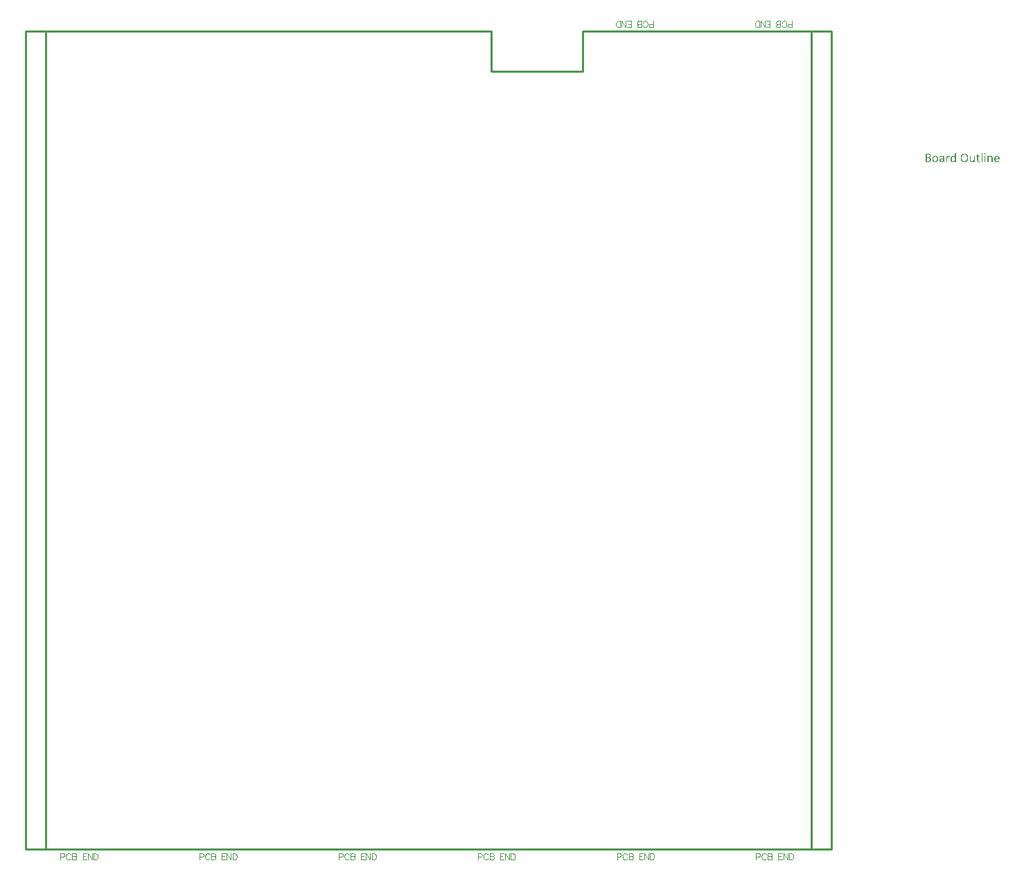
<source format=gm1>
G04*
G04 #@! TF.GenerationSoftware,Altium Limited,Altium Designer,21.2.2 (38)*
G04*
G04 Layer_Color=16711935*
%FSLAX44Y44*%
%MOMM*%
G71*
G04*
G04 #@! TF.SameCoordinates,1D3918CC-9385-454E-ACC4-38365C0A3FBC*
G04*
G04*
G04 #@! TF.FilePolarity,Positive*
G04*
G01*
G75*
%ADD103C,0.2540*%
%ADD106C,0.1000*%
%ADD195C,0.1016*%
G36*
X1172900Y850758D02*
X1173103Y850703D01*
X1173196Y850666D01*
X1173270Y850610D01*
X1173307Y850573D01*
X1173326Y850536D01*
X1173363Y850462D01*
X1173400Y850388D01*
X1173418Y850277D01*
X1173455Y850147D01*
Y849980D01*
Y849962D01*
Y849906D01*
Y849832D01*
X1173437Y849721D01*
X1173381Y849518D01*
X1173326Y849425D01*
X1173270Y849351D01*
X1173233Y849332D01*
X1173196Y849295D01*
X1173122Y849277D01*
X1173048Y849240D01*
X1172918Y849203D01*
X1172789Y849184D01*
X1172474Y849184D01*
X1172363Y849203D01*
X1172159Y849240D01*
X1172067Y849277D01*
X1171993Y849332D01*
X1171974Y849369D01*
X1171937Y849406D01*
X1171918Y849481D01*
X1171881Y849555D01*
X1171844Y849666D01*
X1171826Y849795D01*
Y849962D01*
Y849980D01*
Y850036D01*
X1171844Y850110D01*
Y850221D01*
X1171900Y850425D01*
X1171937Y850517D01*
X1171993Y850592D01*
X1172030Y850629D01*
X1172067Y850647D01*
X1172141Y850684D01*
X1172233Y850721D01*
X1172344Y850740D01*
X1172474Y850777D01*
X1172789Y850777D01*
X1172900Y850758D01*
D02*
G37*
G36*
X1136681Y851240D02*
X1136793Y851221D01*
X1136811D01*
X1136867Y851202D01*
X1136941Y851184D01*
X1136996Y851165D01*
X1137015D01*
X1137033Y851147D01*
X1137107Y851091D01*
X1137126Y851073D01*
X1137144Y850999D01*
Y840333D01*
Y840315D01*
Y840296D01*
X1137107Y840204D01*
X1137089Y840185D01*
X1136996Y840148D01*
X1136978D01*
X1136959Y840130D01*
X1136904D01*
X1136830Y840111D01*
X1136756D01*
X1136663Y840093D01*
X1136367D01*
X1136274Y840111D01*
X1136255D01*
X1136218Y840130D01*
X1136089Y840148D01*
X1136070D01*
X1136052Y840167D01*
X1135978Y840222D01*
Y840241D01*
Y840259D01*
X1135959Y840333D01*
Y841296D01*
X1135941Y841278D01*
X1135867Y841204D01*
X1135737Y841093D01*
X1135589Y840944D01*
X1135422Y840796D01*
X1135219Y840630D01*
X1134996Y840481D01*
X1134774Y840333D01*
X1134756Y840315D01*
X1134663Y840278D01*
X1134552Y840222D01*
X1134385Y840167D01*
X1134182Y840111D01*
X1133960Y840055D01*
X1133700Y840018D01*
X1133441Y840000D01*
X1133311D01*
X1133163Y840018D01*
X1132978Y840037D01*
X1132756Y840074D01*
X1132534Y840130D01*
X1132293Y840204D01*
X1132071Y840296D01*
X1132052Y840315D01*
X1131978Y840352D01*
X1131886Y840426D01*
X1131756Y840518D01*
X1131608Y840630D01*
X1131460Y840778D01*
X1131312Y840944D01*
X1131163Y841130D01*
X1131145Y841148D01*
X1131108Y841222D01*
X1131052Y841333D01*
X1130978Y841481D01*
X1130904Y841648D01*
X1130812Y841870D01*
X1130738Y842092D01*
X1130664Y842352D01*
Y842389D01*
X1130645Y842481D01*
X1130627Y842629D01*
X1130589Y842814D01*
X1130571Y843037D01*
X1130534Y843296D01*
X1130515Y843555D01*
Y843851D01*
Y843870D01*
Y843888D01*
Y844000D01*
X1130534Y844185D01*
Y844407D01*
X1130552Y844666D01*
X1130589Y844944D01*
X1130701Y845518D01*
X1130719Y845555D01*
X1130738Y845648D01*
X1130793Y845777D01*
X1130849Y845962D01*
X1130941Y846166D01*
X1131034Y846370D01*
X1131163Y846592D01*
X1131293Y846796D01*
X1131312Y846814D01*
X1131367Y846888D01*
X1131441Y846981D01*
X1131552Y847092D01*
X1131700Y847240D01*
X1131867Y847370D01*
X1132052Y847499D01*
X1132256Y847610D01*
X1132274Y847629D01*
X1132367Y847666D01*
X1132478Y847703D01*
X1132645Y847758D01*
X1132849Y847814D01*
X1133071Y847870D01*
X1133330Y847888D01*
X1133608Y847907D01*
X1133719D01*
X1133830Y847888D01*
X1133997Y847870D01*
X1134163Y847832D01*
X1134367Y847795D01*
X1134552Y847721D01*
X1134756Y847629D01*
X1134774Y847610D01*
X1134848Y847573D01*
X1134959Y847518D01*
X1135089Y847425D01*
X1135256Y847314D01*
X1135422Y847166D01*
X1135626Y846999D01*
X1135811Y846814D01*
Y850999D01*
Y851017D01*
Y851036D01*
X1135830Y851091D01*
Y851110D01*
X1135867Y851128D01*
X1135941Y851165D01*
X1135959D01*
X1135996Y851184D01*
X1136052Y851202D01*
X1136144Y851221D01*
X1136163D01*
X1136237Y851240D01*
X1136330Y851258D01*
X1136570D01*
X1136681Y851240D01*
D02*
G37*
G36*
X1179621Y847888D02*
X1179788Y847870D01*
X1179973Y847851D01*
X1180177Y847795D01*
X1180381Y847740D01*
X1180566Y847647D01*
X1180584Y847629D01*
X1180658Y847610D01*
X1180732Y847555D01*
X1180862Y847481D01*
X1180973Y847388D01*
X1181121Y847277D01*
X1181251Y847147D01*
X1181362Y846999D01*
X1181380Y846981D01*
X1181417Y846925D01*
X1181473Y846833D01*
X1181529Y846721D01*
X1181603Y846592D01*
X1181677Y846425D01*
X1181751Y846240D01*
X1181806Y846036D01*
Y846018D01*
X1181825Y845944D01*
X1181862Y845833D01*
X1181880Y845666D01*
X1181917Y845481D01*
X1181936Y845259D01*
X1181954Y844999D01*
Y844722D01*
Y840333D01*
Y840315D01*
Y840296D01*
X1181917Y840222D01*
X1181899Y840204D01*
X1181806Y840148D01*
X1181788D01*
X1181751Y840130D01*
X1181695D01*
X1181603Y840111D01*
X1181529D01*
X1181417Y840093D01*
X1181066D01*
X1180955Y840111D01*
X1180936D01*
X1180899Y840130D01*
X1180769Y840148D01*
X1180751D01*
X1180732Y840167D01*
X1180658Y840222D01*
Y840259D01*
X1180640Y840333D01*
Y844555D01*
Y844574D01*
Y844666D01*
Y844777D01*
X1180621Y844907D01*
X1180603Y845222D01*
X1180566Y845388D01*
X1180529Y845536D01*
Y845555D01*
X1180510Y845611D01*
X1180492Y845666D01*
X1180455Y845759D01*
X1180381Y845981D01*
X1180251Y846185D01*
Y846203D01*
X1180214Y846240D01*
X1180121Y846351D01*
X1179973Y846481D01*
X1179770Y846610D01*
X1179751D01*
X1179714Y846629D01*
X1179658Y846666D01*
X1179584Y846684D01*
X1179362Y846740D01*
X1179103Y846759D01*
X1179010D01*
X1178918Y846740D01*
X1178788Y846721D01*
X1178640Y846666D01*
X1178473Y846610D01*
X1178288Y846518D01*
X1178103Y846388D01*
X1178084Y846370D01*
X1178010Y846333D01*
X1177918Y846240D01*
X1177788Y846129D01*
X1177622Y845981D01*
X1177455Y845814D01*
X1177270Y845611D01*
X1177066Y845370D01*
Y840333D01*
Y840315D01*
Y840296D01*
X1177029Y840222D01*
X1177010Y840204D01*
X1176918Y840148D01*
X1176899D01*
X1176862Y840130D01*
X1176807D01*
X1176714Y840111D01*
X1176640D01*
X1176529Y840093D01*
X1176177D01*
X1176066Y840111D01*
X1176048D01*
X1176011Y840130D01*
X1175881Y840148D01*
X1175863D01*
X1175844Y840167D01*
X1175770Y840222D01*
Y840259D01*
X1175751Y840333D01*
Y847536D01*
Y847555D01*
Y847573D01*
X1175770Y847647D01*
X1175788Y847666D01*
X1175826Y847703D01*
X1175863Y847721D01*
X1175881D01*
X1175918Y847740D01*
X1175974Y847758D01*
X1176048Y847777D01*
X1176066D01*
X1176122Y847795D01*
X1176529D01*
X1176622Y847777D01*
X1176640D01*
X1176696Y847758D01*
X1176751Y847740D01*
X1176807Y847721D01*
X1176825D01*
X1176844Y847703D01*
X1176881Y847684D01*
X1176899Y847647D01*
X1176918Y847629D01*
X1176936Y847536D01*
Y846592D01*
X1176973Y846629D01*
X1177048Y846703D01*
X1177159Y846814D01*
X1177325Y846962D01*
X1177492Y847129D01*
X1177696Y847296D01*
X1177918Y847444D01*
X1178140Y847573D01*
X1178177Y847592D01*
X1178251Y847629D01*
X1178362Y847684D01*
X1178529Y847740D01*
X1178714Y847795D01*
X1178918Y847851D01*
X1179140Y847888D01*
X1179362Y847907D01*
X1179492D01*
X1179621Y847888D01*
D02*
G37*
G36*
X1128645Y847888D02*
X1128664D01*
X1128719Y847870D01*
X1128812Y847851D01*
X1128904Y847832D01*
X1128923D01*
X1128997Y847814D01*
X1129071Y847795D01*
X1129164Y847758D01*
X1129182D01*
X1129238Y847740D01*
X1129293Y847721D01*
X1129330Y847684D01*
X1129349D01*
X1129367Y847666D01*
X1129404Y847610D01*
X1129423Y847592D01*
Y847518D01*
Y847499D01*
X1129441Y847481D01*
Y847425D01*
Y847351D01*
Y847333D01*
X1129460Y847277D01*
Y847203D01*
Y847073D01*
Y847036D01*
Y846962D01*
Y846870D01*
X1129441Y846777D01*
Y846759D01*
Y846721D01*
X1129404Y846592D01*
Y846573D01*
X1129386Y846555D01*
X1129349Y846481D01*
X1129330Y846462D01*
X1129256Y846444D01*
X1129201D01*
X1129090Y846481D01*
X1129071D01*
X1129034Y846499D01*
X1128960Y846536D01*
X1128886Y846555D01*
X1128867D01*
X1128812Y846573D01*
X1128738Y846610D01*
X1128627Y846629D01*
X1128608D01*
X1128534Y846647D01*
X1128423Y846666D01*
X1128275D01*
X1128182Y846647D01*
X1128071Y846629D01*
X1127923Y846573D01*
X1127886Y846555D01*
X1127812Y846518D01*
X1127682Y846425D01*
X1127516Y846314D01*
X1127479Y846277D01*
X1127386Y846184D01*
X1127238Y846018D01*
X1127071Y845814D01*
X1127053Y845796D01*
X1127034Y845759D01*
X1126979Y845703D01*
X1126923Y845611D01*
X1126849Y845499D01*
X1126775Y845370D01*
X1126571Y845073D01*
Y840333D01*
Y840315D01*
Y840296D01*
X1126534Y840222D01*
X1126516Y840204D01*
X1126423Y840148D01*
X1126405D01*
X1126368Y840130D01*
X1126312D01*
X1126219Y840111D01*
X1126145D01*
X1126034Y840093D01*
X1125683D01*
X1125571Y840111D01*
X1125553D01*
X1125516Y840130D01*
X1125386Y840148D01*
X1125368D01*
X1125349Y840167D01*
X1125275Y840222D01*
Y840259D01*
X1125257Y840333D01*
Y847536D01*
Y847555D01*
Y847573D01*
X1125275Y847647D01*
X1125294Y847666D01*
X1125331Y847703D01*
X1125368Y847721D01*
X1125386D01*
X1125423Y847740D01*
X1125479Y847758D01*
X1125553Y847777D01*
X1125571D01*
X1125627Y847795D01*
X1126034D01*
X1126127Y847777D01*
X1126145D01*
X1126201Y847758D01*
X1126256Y847740D01*
X1126312Y847721D01*
X1126331D01*
X1126349Y847703D01*
X1126386Y847684D01*
X1126405Y847647D01*
X1126423Y847629D01*
X1126442Y847536D01*
Y846481D01*
X1126460Y846499D01*
X1126497Y846555D01*
X1126553Y846629D01*
X1126627Y846740D01*
X1126794Y846962D01*
X1126997Y847184D01*
X1127016Y847203D01*
X1127034Y847240D01*
X1127164Y847351D01*
X1127312Y847481D01*
X1127479Y847610D01*
X1127497D01*
X1127516Y847629D01*
X1127627Y847703D01*
X1127775Y847777D01*
X1127942Y847832D01*
X1127960D01*
X1127979Y847851D01*
X1128090Y847870D01*
X1128238Y847888D01*
X1128404Y847907D01*
X1128553D01*
X1128645Y847888D01*
D02*
G37*
G36*
X1159957Y847777D02*
X1159975D01*
X1160031Y847758D01*
X1160105Y847740D01*
X1160160Y847721D01*
X1160179D01*
X1160198Y847703D01*
X1160272Y847647D01*
X1160290Y847629D01*
X1160309Y847536D01*
Y840333D01*
Y840315D01*
Y840296D01*
X1160272Y840222D01*
X1160253Y840204D01*
X1160160Y840148D01*
X1160142D01*
X1160123Y840130D01*
X1160068D01*
X1159975Y840111D01*
X1159901D01*
X1159809Y840093D01*
X1159494D01*
X1159383Y840111D01*
X1159364D01*
X1159327Y840130D01*
X1159198Y840148D01*
X1159161Y840167D01*
X1159105Y840222D01*
Y840259D01*
X1159087Y840333D01*
Y841278D01*
X1159068Y841241D01*
X1158975Y841167D01*
X1158864Y841055D01*
X1158716Y840907D01*
X1158531Y840741D01*
X1158327Y840574D01*
X1158105Y840426D01*
X1157883Y840296D01*
X1157864Y840278D01*
X1157790Y840259D01*
X1157661Y840204D01*
X1157513Y840148D01*
X1157327Y840093D01*
X1157124Y840055D01*
X1156901Y840018D01*
X1156661Y840000D01*
X1156550D01*
X1156420Y840018D01*
X1156253Y840037D01*
X1156050Y840055D01*
X1155865Y840093D01*
X1155661Y840148D01*
X1155457Y840222D01*
X1155439Y840241D01*
X1155383Y840259D01*
X1155291Y840315D01*
X1155180Y840389D01*
X1155050Y840481D01*
X1154920Y840592D01*
X1154661Y840870D01*
X1154642Y840889D01*
X1154605Y840944D01*
X1154568Y841037D01*
X1154494Y841148D01*
X1154420Y841296D01*
X1154365Y841463D01*
X1154235Y841833D01*
Y841852D01*
X1154217Y841926D01*
X1154198Y842055D01*
X1154180Y842204D01*
X1154143Y842407D01*
X1154124Y842629D01*
X1154106Y842889D01*
Y843166D01*
Y847536D01*
Y847555D01*
Y847573D01*
X1154124Y847647D01*
X1154161Y847666D01*
X1154235Y847721D01*
X1154254D01*
X1154291Y847740D01*
X1154346Y847758D01*
X1154439Y847777D01*
X1154457D01*
X1154531Y847795D01*
X1154976D01*
X1155087Y847777D01*
X1155105D01*
X1155161Y847758D01*
X1155235Y847740D01*
X1155291Y847721D01*
X1155309D01*
X1155328Y847703D01*
X1155402Y847647D01*
X1155420Y847629D01*
X1155439Y847536D01*
Y843352D01*
Y843333D01*
Y843240D01*
Y843129D01*
X1155457Y842981D01*
X1155476Y842648D01*
X1155494Y842481D01*
X1155513Y842333D01*
Y842315D01*
X1155531Y842278D01*
X1155550Y842204D01*
X1155587Y842111D01*
X1155661Y841889D01*
X1155790Y841666D01*
X1155809Y841648D01*
X1155828Y841629D01*
X1155920Y841518D01*
X1156087Y841389D01*
X1156272Y841259D01*
X1156291D01*
X1156328Y841241D01*
X1156383Y841222D01*
X1156476Y841204D01*
X1156679Y841148D01*
X1156939Y841130D01*
X1157031D01*
X1157124Y841148D01*
X1157253Y841167D01*
X1157402Y841204D01*
X1157568Y841278D01*
X1157735Y841352D01*
X1157920Y841463D01*
X1157939Y841481D01*
X1158012Y841537D01*
X1158105Y841611D01*
X1158235Y841722D01*
X1158401Y841870D01*
X1158568Y842055D01*
X1158772Y842259D01*
X1158975Y842500D01*
Y847536D01*
Y847555D01*
Y847573D01*
X1158994Y847647D01*
X1159031Y847666D01*
X1159105Y847721D01*
X1159124D01*
X1159161Y847740D01*
X1159216Y847758D01*
X1159309Y847777D01*
X1159327D01*
X1159401Y847795D01*
X1159846D01*
X1159957Y847777D01*
D02*
G37*
G36*
X1103407Y850480D02*
X1103648Y850462D01*
X1103907Y850425D01*
X1104148Y850369D01*
X1104388Y850314D01*
X1104407D01*
X1104481Y850277D01*
X1104592Y850240D01*
X1104740Y850184D01*
X1105055Y850017D01*
X1105222Y849906D01*
X1105370Y849795D01*
X1105388Y849777D01*
X1105444Y849740D01*
X1105518Y849666D01*
X1105592Y849573D01*
X1105703Y849444D01*
X1105796Y849295D01*
X1105888Y849147D01*
X1105981Y848962D01*
X1105999Y848943D01*
X1106018Y848869D01*
X1106055Y848777D01*
X1106092Y848647D01*
X1106129Y848481D01*
X1106148Y848295D01*
X1106185Y848092D01*
Y847870D01*
Y847851D01*
Y847814D01*
Y847740D01*
X1106166Y847647D01*
X1106148Y847425D01*
X1106092Y847166D01*
Y847147D01*
X1106074Y847110D01*
X1106055Y847036D01*
X1106018Y846962D01*
X1105944Y846759D01*
X1105814Y846536D01*
Y846518D01*
X1105777Y846499D01*
X1105703Y846370D01*
X1105574Y846203D01*
X1105388Y846036D01*
X1105370D01*
X1105351Y845999D01*
X1105296Y845962D01*
X1105222Y845907D01*
X1105036Y845796D01*
X1104796Y845666D01*
X1104814D01*
X1104870Y845648D01*
X1104944Y845629D01*
X1105055Y845611D01*
X1105314Y845518D01*
X1105592Y845370D01*
X1105611D01*
X1105648Y845333D01*
X1105722Y845296D01*
X1105814Y845222D01*
X1106018Y845055D01*
X1106222Y844833D01*
X1106240Y844814D01*
X1106277Y844777D01*
X1106314Y844703D01*
X1106388Y844611D01*
X1106444Y844500D01*
X1106518Y844370D01*
X1106666Y844055D01*
Y844037D01*
X1106684Y843981D01*
X1106721Y843888D01*
X1106759Y843777D01*
X1106777Y843629D01*
X1106814Y843481D01*
X1106833Y843111D01*
Y843092D01*
Y843018D01*
Y842926D01*
X1106814Y842814D01*
X1106796Y842666D01*
X1106777Y842518D01*
X1106703Y842204D01*
Y842185D01*
X1106684Y842129D01*
X1106647Y842055D01*
X1106610Y841963D01*
X1106499Y841722D01*
X1106351Y841463D01*
X1106333Y841444D01*
X1106314Y841407D01*
X1106259Y841352D01*
X1106203Y841259D01*
X1106036Y841074D01*
X1105814Y840889D01*
X1105796Y840870D01*
X1105759Y840852D01*
X1105685Y840796D01*
X1105611Y840741D01*
X1105499Y840685D01*
X1105370Y840611D01*
X1105092Y840481D01*
X1105074D01*
X1105018Y840463D01*
X1104944Y840426D01*
X1104833Y840389D01*
X1104722Y840352D01*
X1104574Y840296D01*
X1104240Y840222D01*
X1104222D01*
X1104166Y840204D01*
X1104074D01*
X1103944Y840185D01*
X1103796Y840167D01*
X1103611D01*
X1103426Y840148D01*
X1100463D01*
X1100389Y840167D01*
X1100278Y840204D01*
X1100148Y840259D01*
X1100130Y840278D01*
X1100074Y840370D01*
X1100018Y840500D01*
X1100000Y840704D01*
Y849925D01*
Y849943D01*
Y849980D01*
X1100018Y850091D01*
X1100056Y850240D01*
X1100148Y850369D01*
X1100185Y850388D01*
X1100259Y850443D01*
X1100370Y850480D01*
X1100500Y850499D01*
X1103203D01*
X1103407Y850480D01*
D02*
G37*
G36*
X1172955Y847777D02*
X1172974D01*
X1173029Y847758D01*
X1173103Y847740D01*
X1173159Y847721D01*
X1173178D01*
X1173196Y847703D01*
X1173270Y847629D01*
X1173289Y847610D01*
X1173307Y847536D01*
Y840333D01*
Y840315D01*
Y840296D01*
X1173270Y840222D01*
X1173252Y840204D01*
X1173159Y840148D01*
X1173141D01*
X1173103Y840130D01*
X1173048D01*
X1172955Y840111D01*
X1172881D01*
X1172770Y840093D01*
X1172418Y840093D01*
X1172307Y840111D01*
X1172289D01*
X1172252Y840130D01*
X1172122Y840148D01*
X1172104D01*
X1172085Y840167D01*
X1172011Y840222D01*
Y840259D01*
X1171993Y840333D01*
Y847536D01*
Y847555D01*
Y847573D01*
X1172011Y847629D01*
Y847647D01*
X1172048Y847666D01*
X1172122Y847721D01*
X1172141D01*
X1172178Y847740D01*
X1172233Y847758D01*
X1172307Y847777D01*
X1172326D01*
X1172400Y847795D01*
X1172863Y847795D01*
X1172955Y847777D01*
D02*
G37*
G36*
X1169196Y851277D02*
X1169215D01*
X1169271Y851258D01*
X1169345Y851240D01*
X1169400Y851221D01*
X1169419D01*
X1169437Y851202D01*
X1169511Y851128D01*
X1169530Y851110D01*
X1169548Y851036D01*
Y840333D01*
Y840315D01*
Y840296D01*
X1169511Y840222D01*
X1169493Y840204D01*
X1169400Y840148D01*
X1169382D01*
X1169345Y840130D01*
X1169289D01*
X1169196Y840111D01*
X1169122D01*
X1169011Y840093D01*
X1168660D01*
X1168549Y840111D01*
X1168530D01*
X1168493Y840130D01*
X1168363Y840148D01*
X1168345D01*
X1168326Y840167D01*
X1168252Y840222D01*
Y840259D01*
X1168234Y840333D01*
Y851036D01*
Y851054D01*
Y851073D01*
X1168252Y851128D01*
Y851147D01*
X1168289Y851165D01*
X1168363Y851221D01*
X1168382D01*
X1168419Y851240D01*
X1168474Y851258D01*
X1168549Y851277D01*
X1168567D01*
X1168641Y851295D01*
X1169104D01*
X1169196Y851277D01*
D02*
G37*
G36*
X1120442Y847888D02*
X1120646Y847870D01*
X1120868Y847832D01*
X1121090Y847777D01*
X1121294Y847721D01*
X1121313D01*
X1121387Y847684D01*
X1121479Y847647D01*
X1121609Y847592D01*
X1121905Y847425D01*
X1122053Y847314D01*
X1122183Y847203D01*
X1122201Y847184D01*
X1122238Y847147D01*
X1122294Y847073D01*
X1122368Y846981D01*
X1122442Y846851D01*
X1122535Y846703D01*
X1122609Y846536D01*
X1122664Y846351D01*
Y846333D01*
X1122683Y846259D01*
X1122720Y846166D01*
X1122757Y846018D01*
X1122775Y845851D01*
X1122812Y845648D01*
X1122831Y845425D01*
Y845185D01*
Y840315D01*
Y840296D01*
Y840259D01*
X1122794Y840222D01*
X1122757Y840185D01*
X1122738D01*
X1122720Y840167D01*
X1122664Y840148D01*
X1122572Y840130D01*
X1122553D01*
X1122498Y840111D01*
X1122387Y840093D01*
X1122146D01*
X1122035Y840111D01*
X1121924Y840130D01*
X1121905D01*
X1121850Y840148D01*
X1121794Y840167D01*
X1121739Y840185D01*
X1121720Y840222D01*
X1121702Y840259D01*
X1121683Y840315D01*
Y841037D01*
X1121664Y841018D01*
X1121609Y840963D01*
X1121498Y840870D01*
X1121387Y840759D01*
X1121220Y840630D01*
X1121035Y840500D01*
X1120850Y840370D01*
X1120628Y840259D01*
X1120609Y840241D01*
X1120535Y840222D01*
X1120405Y840185D01*
X1120257Y840130D01*
X1120072Y840074D01*
X1119868Y840037D01*
X1119646Y840018D01*
X1119405Y840000D01*
X1119202D01*
X1119054Y840018D01*
X1118905Y840037D01*
X1118720Y840055D01*
X1118369Y840148D01*
X1118350D01*
X1118294Y840167D01*
X1118202Y840204D01*
X1118109Y840241D01*
X1117850Y840370D01*
X1117591Y840555D01*
X1117572Y840574D01*
X1117535Y840611D01*
X1117480Y840667D01*
X1117406Y840759D01*
X1117331Y840852D01*
X1117239Y840981D01*
X1117091Y841259D01*
Y841278D01*
X1117072Y841333D01*
X1117035Y841407D01*
X1117017Y841537D01*
X1116980Y841666D01*
X1116943Y841815D01*
X1116924Y842185D01*
Y842204D01*
Y842278D01*
X1116943Y842389D01*
X1116961Y842537D01*
X1116980Y842703D01*
X1117035Y842870D01*
X1117091Y843055D01*
X1117165Y843222D01*
X1117183Y843240D01*
X1117202Y843296D01*
X1117258Y843389D01*
X1117350Y843500D01*
X1117443Y843611D01*
X1117572Y843740D01*
X1117702Y843870D01*
X1117868Y843981D01*
X1117887Y844000D01*
X1117961Y844037D01*
X1118054Y844092D01*
X1118183Y844148D01*
X1118350Y844222D01*
X1118535Y844296D01*
X1118757Y844370D01*
X1118998Y844426D01*
X1119035D01*
X1119128Y844444D01*
X1119257Y844481D01*
X1119442Y844500D01*
X1119665Y844537D01*
X1119924Y844555D01*
X1120220Y844574D01*
X1121516D01*
Y845129D01*
Y845148D01*
Y845203D01*
Y845277D01*
X1121498Y845370D01*
X1121479Y845611D01*
X1121424Y845851D01*
Y845870D01*
X1121405Y845907D01*
X1121387Y845962D01*
X1121350Y846036D01*
X1121257Y846222D01*
X1121127Y846388D01*
Y846407D01*
X1121090Y846425D01*
X1120998Y846518D01*
X1120831Y846629D01*
X1120628Y846721D01*
X1120609D01*
X1120572Y846740D01*
X1120498Y846759D01*
X1120424Y846777D01*
X1120313Y846796D01*
X1120183Y846814D01*
X1119868Y846833D01*
X1119683D01*
X1119572Y846814D01*
X1119276Y846777D01*
X1118979Y846703D01*
X1118961D01*
X1118924Y846684D01*
X1118850Y846666D01*
X1118757Y846629D01*
X1118535Y846555D01*
X1118313Y846444D01*
X1118294D01*
X1118257Y846425D01*
X1118202Y846407D01*
X1118146Y846370D01*
X1117980Y846296D01*
X1117813Y846203D01*
X1117776Y846184D01*
X1117702Y846148D01*
X1117609Y846111D01*
X1117535Y846092D01*
X1117498D01*
X1117406Y846111D01*
X1117387Y846129D01*
X1117331Y846203D01*
Y846222D01*
X1117313Y846259D01*
X1117276Y846370D01*
Y846388D01*
Y846444D01*
Y846518D01*
Y846592D01*
Y846610D01*
Y846629D01*
Y846703D01*
Y846814D01*
X1117294Y846907D01*
Y846925D01*
X1117331Y846981D01*
X1117369Y847055D01*
X1117424Y847129D01*
X1117443Y847147D01*
X1117517Y847203D01*
X1117628Y847277D01*
X1117794Y847370D01*
X1117813D01*
X1117850Y847388D01*
X1117906Y847425D01*
X1117980Y847462D01*
X1118165Y847536D01*
X1118406Y847629D01*
X1118424D01*
X1118461Y847647D01*
X1118535Y847666D01*
X1118628Y847703D01*
X1118739Y847721D01*
X1118868Y847758D01*
X1119165Y847814D01*
X1119183D01*
X1119239Y847832D01*
X1119313Y847851D01*
X1119424Y847870D01*
X1119535D01*
X1119683Y847888D01*
X1119979Y847907D01*
X1120257D01*
X1120442Y847888D01*
D02*
G37*
G36*
X1164030Y849703D02*
X1164049D01*
X1164105Y849684D01*
X1164178Y849666D01*
X1164234Y849647D01*
X1164253D01*
X1164271Y849629D01*
X1164345Y849555D01*
X1164364Y849536D01*
X1164382Y849462D01*
Y847758D01*
X1166252D01*
X1166327Y847721D01*
X1166345D01*
X1166364Y847703D01*
X1166419Y847610D01*
Y847592D01*
X1166438Y847573D01*
X1166456Y847518D01*
X1166475Y847444D01*
Y847425D01*
X1166493Y847388D01*
Y847296D01*
Y847203D01*
Y847184D01*
Y847147D01*
Y847036D01*
X1166456Y846907D01*
X1166419Y846777D01*
X1166401Y846759D01*
X1166364Y846721D01*
X1166308Y846684D01*
X1166215Y846666D01*
X1164382D01*
Y842648D01*
Y842611D01*
Y842518D01*
X1164401Y842389D01*
Y842222D01*
X1164475Y841852D01*
X1164512Y841685D01*
X1164586Y841518D01*
X1164604Y841500D01*
X1164623Y841463D01*
X1164678Y841407D01*
X1164771Y841333D01*
X1164882Y841259D01*
X1165012Y841204D01*
X1165178Y841167D01*
X1165382Y841148D01*
X1165586D01*
X1165697Y841167D01*
X1165715D01*
X1165789Y841185D01*
X1165864Y841222D01*
X1165956Y841241D01*
X1165975Y841259D01*
X1166030Y841278D01*
X1166141Y841333D01*
X1166160D01*
X1166197Y841352D01*
X1166308Y841370D01*
X1166327D01*
X1166382Y841333D01*
X1166401Y841315D01*
X1166438Y841259D01*
Y841241D01*
X1166456Y841222D01*
X1166475Y841111D01*
Y841093D01*
X1166493Y841055D01*
Y840963D01*
Y840870D01*
Y840833D01*
Y840741D01*
X1166475Y840630D01*
X1166456Y840500D01*
Y840481D01*
X1166438Y840426D01*
X1166401Y840352D01*
X1166345Y840296D01*
X1166327D01*
X1166308Y840259D01*
X1166252Y840222D01*
X1166160Y840185D01*
X1166141D01*
X1166067Y840167D01*
X1165975Y840148D01*
X1165864Y840111D01*
X1165845D01*
X1165771Y840093D01*
X1165660Y840074D01*
X1165530Y840055D01*
X1165493D01*
X1165419Y840037D01*
X1165290Y840018D01*
X1164956D01*
X1164827Y840037D01*
X1164678Y840055D01*
X1164512Y840074D01*
X1164197Y840148D01*
X1164178D01*
X1164141Y840185D01*
X1164067Y840204D01*
X1163975Y840259D01*
X1163753Y840407D01*
X1163549Y840592D01*
X1163531Y840611D01*
X1163512Y840648D01*
X1163456Y840722D01*
X1163401Y840815D01*
X1163345Y840926D01*
X1163290Y841055D01*
X1163179Y841370D01*
Y841389D01*
X1163160Y841444D01*
X1163142Y841555D01*
X1163123Y841685D01*
X1163105Y841833D01*
X1163086Y842018D01*
X1163067Y842222D01*
Y842444D01*
Y846666D01*
X1162031D01*
X1161975Y846684D01*
X1161901Y846721D01*
X1161845Y846777D01*
Y846796D01*
X1161827Y846888D01*
X1161808Y847018D01*
X1161790Y847203D01*
Y847222D01*
Y847296D01*
Y847370D01*
X1161808Y847444D01*
Y847462D01*
X1161827Y847499D01*
Y847555D01*
X1161845Y847610D01*
Y847629D01*
X1161864Y847647D01*
X1161938Y847721D01*
X1161957D01*
X1161975Y847740D01*
X1162049Y847758D01*
X1163067D01*
Y849462D01*
Y849481D01*
Y849499D01*
X1163086Y849555D01*
Y849573D01*
X1163123Y849592D01*
X1163197Y849647D01*
X1163216D01*
X1163253Y849666D01*
X1163308Y849684D01*
X1163382Y849703D01*
X1163401D01*
X1163475Y849721D01*
X1163938D01*
X1164030Y849703D01*
D02*
G37*
G36*
X1187621Y847888D02*
X1187824Y847870D01*
X1188046Y847832D01*
X1188287Y847795D01*
X1188528Y847721D01*
X1188769Y847629D01*
X1188787Y847610D01*
X1188880Y847573D01*
X1188991Y847518D01*
X1189120Y847425D01*
X1189268Y847333D01*
X1189435Y847203D01*
X1189602Y847055D01*
X1189750Y846888D01*
X1189769Y846870D01*
X1189806Y846814D01*
X1189880Y846703D01*
X1189972Y846573D01*
X1190065Y846425D01*
X1190157Y846240D01*
X1190250Y846036D01*
X1190324Y845814D01*
Y845796D01*
X1190361Y845703D01*
X1190379Y845592D01*
X1190417Y845425D01*
X1190454Y845222D01*
X1190472Y844999D01*
X1190509Y844759D01*
Y844500D01*
Y844259D01*
Y844240D01*
Y844203D01*
X1190491Y844092D01*
X1190435Y843944D01*
X1190342Y843814D01*
X1190324Y843796D01*
X1190250Y843759D01*
X1190139Y843703D01*
X1189991Y843685D01*
X1185250D01*
Y843666D01*
Y843574D01*
Y843463D01*
X1185269Y843315D01*
Y843148D01*
X1185306Y842963D01*
X1185361Y842592D01*
Y842574D01*
X1185380Y842518D01*
X1185417Y842426D01*
X1185454Y842315D01*
X1185584Y842037D01*
X1185769Y841759D01*
X1185787Y841741D01*
X1185825Y841703D01*
X1185880Y841648D01*
X1185973Y841574D01*
X1186065Y841481D01*
X1186195Y841407D01*
X1186491Y841241D01*
X1186510D01*
X1186565Y841222D01*
X1186676Y841185D01*
X1186806Y841167D01*
X1186973Y841130D01*
X1187158Y841093D01*
X1187361Y841074D01*
X1187787D01*
X1187917Y841093D01*
X1188213Y841111D01*
X1188509Y841148D01*
X1188528D01*
X1188583Y841167D01*
X1188658Y841185D01*
X1188750Y841204D01*
X1188972Y841259D01*
X1189213Y841333D01*
X1189231D01*
X1189268Y841352D01*
X1189380Y841407D01*
X1189546Y841463D01*
X1189694Y841518D01*
X1189713D01*
X1189732Y841537D01*
X1189806Y841574D01*
X1189898Y841592D01*
X1189991Y841611D01*
X1190028D01*
X1190083Y841574D01*
X1190102D01*
X1190120Y841555D01*
X1190157Y841481D01*
Y841463D01*
X1190176Y841444D01*
X1190194Y841333D01*
Y841315D01*
X1190213Y841278D01*
Y841185D01*
Y841093D01*
Y841074D01*
Y841037D01*
X1190194Y840907D01*
Y840889D01*
Y840870D01*
X1190176Y840759D01*
X1190157Y840722D01*
X1190120Y840648D01*
X1190102Y840630D01*
X1190065Y840574D01*
X1190028Y840537D01*
X1189935Y840500D01*
X1189806Y840426D01*
X1189787D01*
X1189769Y840407D01*
X1189713Y840389D01*
X1189657Y840370D01*
X1189472Y840315D01*
X1189231Y840241D01*
X1189213D01*
X1189176Y840222D01*
X1189102Y840204D01*
X1189009Y840185D01*
X1188898Y840167D01*
X1188750Y840130D01*
X1188435Y840074D01*
X1188417D01*
X1188361Y840056D01*
X1188269D01*
X1188158Y840037D01*
X1188009Y840018D01*
X1187843D01*
X1187472Y840000D01*
X1187324D01*
X1187158Y840018D01*
X1186954Y840037D01*
X1186695Y840056D01*
X1186435Y840111D01*
X1186176Y840167D01*
X1185917Y840241D01*
X1185880Y840259D01*
X1185806Y840278D01*
X1185676Y840352D01*
X1185528Y840426D01*
X1185343Y840518D01*
X1185158Y840648D01*
X1184973Y840796D01*
X1184788Y840963D01*
X1184769Y840981D01*
X1184714Y841056D01*
X1184639Y841167D01*
X1184528Y841296D01*
X1184417Y841481D01*
X1184306Y841685D01*
X1184195Y841926D01*
X1184102Y842185D01*
Y842222D01*
X1184065Y842315D01*
X1184028Y842463D01*
X1183991Y842685D01*
X1183954Y842926D01*
X1183917Y843222D01*
X1183899Y843555D01*
X1183880Y843907D01*
Y843925D01*
Y843944D01*
Y844055D01*
X1183899Y844240D01*
X1183917Y844463D01*
X1183936Y844722D01*
X1183973Y844999D01*
X1184028Y845296D01*
X1184102Y845574D01*
X1184121Y845611D01*
X1184139Y845703D01*
X1184195Y845833D01*
X1184288Y846018D01*
X1184380Y846203D01*
X1184491Y846425D01*
X1184639Y846629D01*
X1184788Y846833D01*
X1184806Y846851D01*
X1184862Y846925D01*
X1184973Y847018D01*
X1185102Y847129D01*
X1185250Y847259D01*
X1185436Y847388D01*
X1185658Y847518D01*
X1185880Y847629D01*
X1185917Y847647D01*
X1185991Y847666D01*
X1186121Y847721D01*
X1186306Y847777D01*
X1186510Y847814D01*
X1186769Y847870D01*
X1187028Y847888D01*
X1187324Y847907D01*
X1187472D01*
X1187621Y847888D01*
D02*
G37*
G36*
X1147995Y850629D02*
X1148273Y850610D01*
X1148588Y850555D01*
X1148921Y850499D01*
X1149254Y850406D01*
X1149587Y850295D01*
X1149606D01*
X1149624Y850277D01*
X1149736Y850240D01*
X1149884Y850147D01*
X1150087Y850036D01*
X1150310Y849888D01*
X1150550Y849721D01*
X1150772Y849518D01*
X1150995Y849277D01*
X1151013Y849240D01*
X1151087Y849166D01*
X1151198Y849018D01*
X1151310Y848832D01*
X1151458Y848592D01*
X1151606Y848314D01*
X1151735Y847999D01*
X1151846Y847647D01*
Y847629D01*
X1151865Y847610D01*
Y847555D01*
X1151883Y847481D01*
X1151921Y847388D01*
X1151939Y847277D01*
X1151995Y847018D01*
X1152032Y846684D01*
X1152087Y846296D01*
X1152106Y845888D01*
X1152124Y845425D01*
Y845407D01*
Y845370D01*
Y845296D01*
Y845222D01*
Y845111D01*
X1152106Y844981D01*
X1152087Y844685D01*
X1152050Y844333D01*
X1151995Y843944D01*
X1151921Y843555D01*
X1151828Y843166D01*
Y843148D01*
X1151809Y843129D01*
X1151791Y843074D01*
X1151772Y843000D01*
X1151698Y842814D01*
X1151606Y842574D01*
X1151476Y842315D01*
X1151328Y842018D01*
X1151143Y841741D01*
X1150939Y841463D01*
X1150921Y841426D01*
X1150828Y841352D01*
X1150698Y841222D01*
X1150532Y841055D01*
X1150310Y840889D01*
X1150069Y840704D01*
X1149773Y840537D01*
X1149458Y840370D01*
X1149439D01*
X1149421Y840352D01*
X1149365Y840333D01*
X1149310Y840315D01*
X1149106Y840259D01*
X1148865Y840185D01*
X1148569Y840111D01*
X1148217Y840055D01*
X1147810Y840018D01*
X1147384Y840000D01*
X1147180D01*
X1147088Y840018D01*
X1146977D01*
X1146699Y840037D01*
X1146384Y840074D01*
X1146032Y840148D01*
X1145699Y840222D01*
X1145366Y840333D01*
X1145329Y840352D01*
X1145218Y840407D01*
X1145069Y840481D01*
X1144866Y840592D01*
X1144643Y840741D01*
X1144421Y840907D01*
X1144181Y841111D01*
X1143958Y841352D01*
X1143940Y841389D01*
X1143866Y841463D01*
X1143773Y841611D01*
X1143644Y841815D01*
X1143514Y842055D01*
X1143366Y842333D01*
X1143236Y842648D01*
X1143125Y843000D01*
Y843018D01*
X1143107Y843037D01*
Y843092D01*
X1143088Y843166D01*
X1143070Y843259D01*
X1143051Y843370D01*
X1142996Y843648D01*
X1142940Y843981D01*
X1142903Y844370D01*
X1142885Y844796D01*
X1142866Y845259D01*
Y845277D01*
Y845314D01*
Y845370D01*
Y845462D01*
Y845574D01*
X1142885Y845703D01*
X1142903Y845999D01*
X1142940Y846333D01*
X1142977Y846721D01*
X1143051Y847092D01*
X1143144Y847481D01*
Y847499D01*
X1143162Y847518D01*
X1143181Y847573D01*
X1143199Y847647D01*
X1143273Y847832D01*
X1143366Y848073D01*
X1143495Y848333D01*
X1143644Y848610D01*
X1143829Y848888D01*
X1144033Y849166D01*
X1144070Y849203D01*
X1144144Y849277D01*
X1144273Y849406D01*
X1144440Y849573D01*
X1144662Y849740D01*
X1144903Y849925D01*
X1145199Y850091D01*
X1145514Y850258D01*
X1145532D01*
X1145551Y850277D01*
X1145606Y850295D01*
X1145680Y850314D01*
X1145866Y850388D01*
X1146106Y850462D01*
X1146403Y850517D01*
X1146773Y850592D01*
X1147162Y850629D01*
X1147588Y850647D01*
X1147773D01*
X1147995Y850629D01*
D02*
G37*
G36*
X1112240Y847888D02*
X1112443Y847870D01*
X1112684Y847832D01*
X1112943Y847795D01*
X1113202Y847721D01*
X1113462Y847629D01*
X1113499Y847610D01*
X1113573Y847573D01*
X1113702Y847518D01*
X1113850Y847444D01*
X1114036Y847333D01*
X1114221Y847203D01*
X1114406Y847055D01*
X1114573Y846870D01*
X1114591Y846851D01*
X1114647Y846777D01*
X1114721Y846666D01*
X1114832Y846536D01*
X1114924Y846351D01*
X1115035Y846148D01*
X1115147Y845907D01*
X1115239Y845648D01*
X1115258Y845611D01*
X1115276Y845518D01*
X1115313Y845370D01*
X1115350Y845166D01*
X1115387Y844925D01*
X1115424Y844648D01*
X1115461Y844351D01*
Y844018D01*
Y844000D01*
Y843981D01*
Y843870D01*
X1115443Y843703D01*
X1115424Y843500D01*
X1115406Y843240D01*
X1115369Y842981D01*
X1115295Y842685D01*
X1115221Y842407D01*
X1115202Y842370D01*
X1115184Y842278D01*
X1115128Y842148D01*
X1115035Y841963D01*
X1114943Y841778D01*
X1114832Y841555D01*
X1114684Y841333D01*
X1114517Y841130D01*
X1114499Y841111D01*
X1114443Y841037D01*
X1114332Y840944D01*
X1114202Y840833D01*
X1114036Y840685D01*
X1113850Y840555D01*
X1113628Y840426D01*
X1113369Y840296D01*
X1113332Y840278D01*
X1113239Y840259D01*
X1113110Y840204D01*
X1112906Y840148D01*
X1112684Y840093D01*
X1112406Y840055D01*
X1112110Y840018D01*
X1111777Y840000D01*
X1111628D01*
X1111462Y840018D01*
X1111258Y840037D01*
X1110999Y840055D01*
X1110740Y840111D01*
X1110480Y840167D01*
X1110221Y840259D01*
X1110184Y840278D01*
X1110110Y840315D01*
X1109980Y840370D01*
X1109832Y840444D01*
X1109666Y840555D01*
X1109481Y840685D01*
X1109295Y840852D01*
X1109110Y841018D01*
X1109092Y841037D01*
X1109036Y841111D01*
X1108962Y841222D01*
X1108869Y841352D01*
X1108758Y841537D01*
X1108666Y841741D01*
X1108555Y841981D01*
X1108462Y842241D01*
Y842278D01*
X1108425Y842370D01*
X1108407Y842518D01*
X1108370Y842722D01*
X1108333Y842963D01*
X1108295Y843240D01*
X1108277Y843537D01*
X1108258Y843870D01*
Y843888D01*
Y843907D01*
Y844018D01*
X1108277Y844185D01*
X1108295Y844407D01*
X1108314Y844666D01*
X1108351Y844925D01*
X1108407Y845222D01*
X1108481Y845499D01*
X1108499Y845536D01*
X1108518Y845629D01*
X1108573Y845759D01*
X1108647Y845944D01*
X1108740Y846129D01*
X1108869Y846351D01*
X1108999Y846573D01*
X1109166Y846777D01*
X1109184Y846796D01*
X1109258Y846870D01*
X1109351Y846962D01*
X1109481Y847092D01*
X1109647Y847222D01*
X1109851Y847351D01*
X1110073Y847499D01*
X1110314Y847610D01*
X1110351Y847629D01*
X1110443Y847666D01*
X1110573Y847703D01*
X1110777Y847758D01*
X1111017Y847814D01*
X1111277Y847870D01*
X1111591Y847888D01*
X1111925Y847907D01*
X1112073D01*
X1112240Y847888D01*
D02*
G37*
%LPC*%
G36*
X1133719Y846777D02*
X1133645D01*
X1133534Y846759D01*
X1133422Y846740D01*
X1133145Y846684D01*
X1132997Y846610D01*
X1132867Y846536D01*
X1132849Y846518D01*
X1132811Y846499D01*
X1132737Y846444D01*
X1132663Y846370D01*
X1132571Y846277D01*
X1132478Y846166D01*
X1132293Y845888D01*
Y845870D01*
X1132256Y845814D01*
X1132219Y845740D01*
X1132163Y845629D01*
X1132126Y845499D01*
X1132071Y845351D01*
X1131978Y844999D01*
Y844981D01*
X1131960Y844925D01*
X1131941Y844814D01*
Y844703D01*
X1131923Y844537D01*
X1131904Y844370D01*
X1131886Y844000D01*
Y843981D01*
Y843907D01*
Y843796D01*
X1131904Y843666D01*
Y843500D01*
X1131923Y843315D01*
X1131960Y842926D01*
Y842907D01*
X1131978Y842833D01*
X1131997Y842740D01*
X1132034Y842611D01*
X1132071Y842481D01*
X1132126Y842315D01*
X1132256Y842000D01*
X1132274Y841981D01*
X1132293Y841944D01*
X1132330Y841870D01*
X1132404Y841778D01*
X1132571Y841574D01*
X1132793Y841370D01*
X1132811Y841352D01*
X1132849Y841333D01*
X1132941Y841296D01*
X1133034Y841259D01*
X1133163Y841204D01*
X1133311Y841167D01*
X1133478Y841148D01*
X1133663Y841130D01*
X1133830D01*
X1133978Y841148D01*
X1134163Y841185D01*
X1134182D01*
X1134200Y841204D01*
X1134330Y841241D01*
X1134478Y841315D01*
X1134663Y841426D01*
X1134682D01*
X1134700Y841463D01*
X1134756Y841500D01*
X1134830Y841537D01*
X1134996Y841685D01*
X1135200Y841852D01*
X1135219Y841870D01*
X1135256Y841907D01*
X1135311Y841963D01*
X1135385Y842037D01*
X1135589Y842259D01*
X1135811Y842518D01*
Y845407D01*
X1135793Y845444D01*
X1135719Y845518D01*
X1135607Y845629D01*
X1135478Y845777D01*
X1135330Y845944D01*
X1135145Y846111D01*
X1134959Y846277D01*
X1134774Y846425D01*
X1134756Y846444D01*
X1134682Y846481D01*
X1134589Y846536D01*
X1134459Y846610D01*
X1134293Y846666D01*
X1134126Y846721D01*
X1133922Y846759D01*
X1133719Y846777D01*
D02*
G37*
G36*
X1103000Y849369D02*
X1101370D01*
Y846018D01*
X1103129D01*
X1103259Y846036D01*
X1103537Y846073D01*
X1103666Y846111D01*
X1103796Y846148D01*
X1103814D01*
X1103851Y846166D01*
X1103907Y846203D01*
X1104000Y846259D01*
X1104166Y846370D01*
X1104351Y846518D01*
X1104370Y846536D01*
X1104388Y846555D01*
X1104426Y846610D01*
X1104481Y846684D01*
X1104574Y846851D01*
X1104666Y847073D01*
Y847092D01*
X1104685Y847129D01*
X1104703Y847184D01*
X1104722Y847277D01*
X1104759Y847481D01*
X1104777Y847721D01*
Y847740D01*
Y847795D01*
Y847870D01*
X1104759Y847962D01*
X1104740Y848184D01*
X1104666Y848407D01*
Y848425D01*
X1104648Y848462D01*
X1104629Y848518D01*
X1104592Y848592D01*
X1104481Y848758D01*
X1104333Y848925D01*
X1104314Y848943D01*
X1104296Y848962D01*
X1104240Y848999D01*
X1104185Y849036D01*
X1103981Y849147D01*
X1103740Y849240D01*
X1103722D01*
X1103685Y849258D01*
X1103592Y849277D01*
X1103500Y849314D01*
X1103352Y849332D01*
X1103203Y849351D01*
X1103000Y849369D01*
D02*
G37*
G36*
X1103259Y844925D02*
X1101370D01*
Y841278D01*
X1103537D01*
X1103648Y841296D01*
X1103907Y841333D01*
X1104185Y841389D01*
X1104203D01*
X1104240Y841407D01*
X1104314Y841444D01*
X1104388Y841463D01*
X1104592Y841574D01*
X1104796Y841703D01*
X1104814Y841722D01*
X1104851Y841741D01*
X1104962Y841852D01*
X1105092Y842037D01*
X1105222Y842259D01*
Y842278D01*
X1105240Y842315D01*
X1105277Y842389D01*
X1105314Y842481D01*
X1105333Y842592D01*
X1105370Y842722D01*
X1105388Y843018D01*
Y843037D01*
Y843092D01*
Y843185D01*
X1105370Y843296D01*
X1105333Y843555D01*
X1105240Y843833D01*
Y843851D01*
X1105222Y843888D01*
X1105185Y843962D01*
X1105129Y844037D01*
X1104999Y844240D01*
X1104796Y844426D01*
X1104777Y844444D01*
X1104740Y844463D01*
X1104685Y844518D01*
X1104611Y844555D01*
X1104500Y844629D01*
X1104388Y844685D01*
X1104092Y844796D01*
X1104074D01*
X1104018Y844814D01*
X1103925Y844833D01*
X1103796Y844870D01*
X1103648Y844888D01*
X1103463Y844907D01*
X1103259Y844925D01*
D02*
G37*
G36*
X1121516Y843629D02*
X1120183D01*
X1120053Y843611D01*
X1119905D01*
X1119739Y843592D01*
X1119424Y843537D01*
X1119405D01*
X1119368Y843518D01*
X1119294Y843500D01*
X1119202Y843463D01*
X1118979Y843389D01*
X1118776Y843259D01*
X1118757D01*
X1118739Y843222D01*
X1118628Y843129D01*
X1118498Y843000D01*
X1118387Y842814D01*
Y842796D01*
X1118369Y842777D01*
X1118350Y842722D01*
X1118331Y842648D01*
X1118294Y842463D01*
X1118276Y842241D01*
Y842222D01*
Y842148D01*
X1118294Y842055D01*
X1118313Y841926D01*
X1118369Y841778D01*
X1118424Y841629D01*
X1118517Y841481D01*
X1118628Y841352D01*
X1118646Y841333D01*
X1118702Y841296D01*
X1118776Y841259D01*
X1118887Y841204D01*
X1119017Y841130D01*
X1119183Y841093D01*
X1119387Y841055D01*
X1119609Y841037D01*
X1119702D01*
X1119794Y841055D01*
X1119924Y841074D01*
X1120072Y841093D01*
X1120239Y841148D01*
X1120405Y841204D01*
X1120572Y841296D01*
X1120591Y841315D01*
X1120646Y841352D01*
X1120739Y841407D01*
X1120850Y841500D01*
X1120998Y841611D01*
X1121164Y841741D01*
X1121331Y841907D01*
X1121516Y842092D01*
Y843629D01*
D02*
G37*
G36*
X1187269Y846870D02*
X1187084D01*
X1186973Y846851D01*
X1186695Y846796D01*
X1186398Y846684D01*
X1186380D01*
X1186343Y846647D01*
X1186269Y846610D01*
X1186176Y846555D01*
X1185973Y846388D01*
X1185769Y846185D01*
X1185750Y846166D01*
X1185732Y846129D01*
X1185676Y846074D01*
X1185639Y845981D01*
X1185565Y845888D01*
X1185510Y845759D01*
X1185380Y845481D01*
Y845462D01*
X1185361Y845407D01*
X1185343Y845333D01*
X1185324Y845222D01*
X1185287Y845092D01*
X1185269Y844962D01*
X1185250Y844648D01*
X1189176D01*
Y844666D01*
Y844703D01*
Y844740D01*
Y844814D01*
X1189157Y844999D01*
X1189120Y845240D01*
X1189065Y845499D01*
X1188972Y845777D01*
X1188861Y846036D01*
X1188695Y846277D01*
X1188676Y846296D01*
X1188602Y846370D01*
X1188491Y846462D01*
X1188343Y846573D01*
X1188139Y846684D01*
X1187898Y846777D01*
X1187602Y846851D01*
X1187269Y846870D01*
D02*
G37*
G36*
X1147514Y849462D02*
X1147365D01*
X1147199Y849444D01*
X1146995Y849425D01*
X1146754Y849369D01*
X1146514Y849314D01*
X1146255Y849221D01*
X1146014Y849110D01*
X1145995Y849092D01*
X1145921Y849055D01*
X1145792Y848980D01*
X1145662Y848869D01*
X1145495Y848740D01*
X1145329Y848592D01*
X1145162Y848425D01*
X1145014Y848221D01*
X1144995Y848203D01*
X1144958Y848129D01*
X1144884Y847999D01*
X1144810Y847851D01*
X1144718Y847666D01*
X1144625Y847425D01*
X1144551Y847184D01*
X1144477Y846907D01*
Y846870D01*
X1144458Y846777D01*
X1144440Y846629D01*
X1144403Y846444D01*
X1144384Y846203D01*
X1144347Y845944D01*
X1144329Y845648D01*
Y845351D01*
Y845333D01*
Y845314D01*
Y845203D01*
Y845018D01*
X1144347Y844796D01*
X1144366Y844537D01*
X1144384Y844259D01*
X1144477Y843666D01*
Y843629D01*
X1144514Y843537D01*
X1144551Y843389D01*
X1144588Y843222D01*
X1144662Y843018D01*
X1144755Y842796D01*
X1144847Y842574D01*
X1144977Y842352D01*
X1144995Y842333D01*
X1145051Y842259D01*
X1145125Y842166D01*
X1145236Y842037D01*
X1145384Y841889D01*
X1145532Y841759D01*
X1145736Y841611D01*
X1145940Y841481D01*
X1145977Y841463D01*
X1146051Y841444D01*
X1146180Y841389D01*
X1146366Y841333D01*
X1146588Y841278D01*
X1146847Y841241D01*
X1147125Y841204D01*
X1147458Y841185D01*
X1147606D01*
X1147773Y841204D01*
X1147977Y841222D01*
X1148217Y841259D01*
X1148458Y841333D01*
X1148717Y841407D01*
X1148958Y841518D01*
X1148995Y841537D01*
X1149069Y841574D01*
X1149180Y841648D01*
X1149328Y841759D01*
X1149476Y841889D01*
X1149643Y842037D01*
X1149810Y842204D01*
X1149958Y842407D01*
X1149976Y842426D01*
X1150013Y842518D01*
X1150087Y842629D01*
X1150162Y842796D01*
X1150254Y842981D01*
X1150347Y843203D01*
X1150421Y843463D01*
X1150495Y843740D01*
Y843777D01*
X1150513Y843870D01*
X1150550Y844018D01*
X1150587Y844222D01*
X1150606Y844463D01*
X1150643Y844740D01*
X1150661Y845018D01*
Y845333D01*
Y845351D01*
Y845370D01*
Y845481D01*
Y845648D01*
X1150643Y845870D01*
X1150624Y846111D01*
X1150587Y846388D01*
X1150495Y846962D01*
Y846999D01*
X1150458Y847092D01*
X1150421Y847240D01*
X1150384Y847407D01*
X1150310Y847610D01*
X1150217Y847832D01*
X1150106Y848055D01*
X1149976Y848277D01*
X1149958Y848295D01*
X1149921Y848370D01*
X1149828Y848462D01*
X1149717Y848592D01*
X1149587Y848740D01*
X1149421Y848888D01*
X1149236Y849018D01*
X1149013Y849147D01*
X1148995Y849166D01*
X1148902Y849203D01*
X1148773Y849240D01*
X1148606Y849314D01*
X1148384Y849369D01*
X1148125Y849406D01*
X1147828Y849444D01*
X1147514Y849462D01*
D02*
G37*
G36*
X1111869Y846796D02*
X1111777D01*
X1111665Y846777D01*
X1111517D01*
X1111369Y846740D01*
X1111184Y846703D01*
X1111017Y846647D01*
X1110851Y846573D01*
X1110832D01*
X1110777Y846536D01*
X1110703Y846481D01*
X1110610Y846425D01*
X1110388Y846240D01*
X1110166Y845981D01*
X1110147Y845962D01*
X1110129Y845907D01*
X1110073Y845833D01*
X1110017Y845740D01*
X1109943Y845611D01*
X1109869Y845444D01*
X1109814Y845277D01*
X1109758Y845092D01*
Y845073D01*
X1109740Y844999D01*
X1109721Y844888D01*
X1109703Y844759D01*
X1109666Y844592D01*
X1109647Y844388D01*
X1109629Y844185D01*
Y843962D01*
Y843944D01*
Y843870D01*
Y843740D01*
X1109647Y843611D01*
Y843426D01*
X1109666Y843240D01*
X1109721Y842852D01*
Y842833D01*
X1109740Y842759D01*
X1109777Y842666D01*
X1109814Y842537D01*
X1109925Y842259D01*
X1110092Y841944D01*
X1110110Y841926D01*
X1110147Y841889D01*
X1110203Y841815D01*
X1110277Y841722D01*
X1110369Y841629D01*
X1110499Y841518D01*
X1110777Y841333D01*
X1110795D01*
X1110851Y841296D01*
X1110943Y841259D01*
X1111073Y841222D01*
X1111221Y841185D01*
X1111406Y841148D01*
X1111610Y841130D01*
X1111832Y841111D01*
X1111925D01*
X1112036Y841130D01*
X1112184D01*
X1112351Y841167D01*
X1112517Y841204D01*
X1112684Y841241D01*
X1112850Y841315D01*
X1112869Y841333D01*
X1112925Y841352D01*
X1112999Y841407D01*
X1113091Y841463D01*
X1113332Y841648D01*
X1113554Y841889D01*
X1113573Y841907D01*
X1113591Y841963D01*
X1113647Y842037D01*
X1113702Y842148D01*
X1113776Y842278D01*
X1113850Y842426D01*
X1113906Y842592D01*
X1113961Y842777D01*
Y842796D01*
X1113980Y842870D01*
X1113999Y842981D01*
X1114036Y843129D01*
X1114054Y843296D01*
X1114073Y843481D01*
X1114091Y843925D01*
Y843944D01*
Y844018D01*
Y844148D01*
X1114073Y844296D01*
Y844463D01*
X1114054Y844648D01*
X1113980Y845036D01*
Y845055D01*
X1113961Y845129D01*
X1113924Y845222D01*
X1113887Y845351D01*
X1113776Y845648D01*
X1113610Y845944D01*
X1113591Y845962D01*
X1113573Y846018D01*
X1113517Y846073D01*
X1113443Y846166D01*
X1113351Y846259D01*
X1113221Y846370D01*
X1113091Y846462D01*
X1112943Y846555D01*
X1112925Y846573D01*
X1112869Y846592D01*
X1112776Y846629D01*
X1112647Y846684D01*
X1112499Y846721D01*
X1112314Y846759D01*
X1112110Y846777D01*
X1111869Y846796D01*
D02*
G37*
%LPD*%
D103*
X985000Y1000000D02*
X985000Y0D01*
X0Y1000000D02*
X0Y0D01*
X568972Y951000D02*
Y1000000D01*
Y951000D02*
X681000D01*
Y1000000D01*
X985000D01*
X0D02*
X568972D01*
X0Y0D02*
X985000D01*
X0D02*
X985000D01*
X0Y1000000D02*
X568972D01*
X681000D02*
X985000D01*
X681000Y951000D02*
Y1000000D01*
X568972Y951000D02*
X681000D01*
X568972D02*
Y1000000D01*
X960000Y0D02*
Y1000000D01*
X25000Y0D02*
Y1000000D01*
X0D02*
X0Y0D01*
X985000Y1000000D02*
X985000Y0D01*
D106*
X883250Y1000000D02*
X946750D01*
X713250Y-46D02*
X776750D01*
X203250D02*
X266750D01*
X543250D02*
X606750D01*
X373250D02*
X436750D01*
X883250D02*
X946750D01*
X33250D02*
X96750D01*
X713250Y1000000D02*
X776750D01*
D195*
X937000Y1008872D02*
X933735D01*
X932647Y1008510D01*
X932284Y1008147D01*
X931921Y1007421D01*
Y1006333D01*
X932284Y1005607D01*
X932647Y1005244D01*
X933735Y1004882D01*
X937000D01*
Y1012500D01*
X924774Y1006696D02*
X925137Y1005970D01*
X925863Y1005244D01*
X926588Y1004882D01*
X928039D01*
X928765Y1005244D01*
X929491Y1005970D01*
X929853Y1006696D01*
X930216Y1007784D01*
Y1009598D01*
X929853Y1010686D01*
X929491Y1011412D01*
X928765Y1012137D01*
X928039Y1012500D01*
X926588D01*
X925863Y1012137D01*
X925137Y1011412D01*
X924774Y1010686D01*
X922634Y1004882D02*
Y1012500D01*
Y1004882D02*
X919369D01*
X918281Y1005244D01*
X917918Y1005607D01*
X917555Y1006333D01*
Y1007058D01*
X917918Y1007784D01*
X918281Y1008147D01*
X919369Y1008510D01*
X922634D02*
X919369D01*
X918281Y1008872D01*
X917918Y1009235D01*
X917555Y1009961D01*
Y1011049D01*
X917918Y1011775D01*
X918281Y1012137D01*
X919369Y1012500D01*
X922634D01*
X905148Y1004882D02*
X909864D01*
Y1012500D01*
X905148D01*
X909864Y1008510D02*
X906962D01*
X903878Y1004882D02*
Y1012500D01*
Y1004882D02*
X898799Y1012500D01*
Y1004882D02*
Y1012500D01*
X896695Y1004882D02*
Y1012500D01*
Y1004882D02*
X894156D01*
X893067Y1005244D01*
X892342Y1005970D01*
X891979Y1006696D01*
X891616Y1007784D01*
Y1009598D01*
X891979Y1010686D01*
X892342Y1011412D01*
X893067Y1012137D01*
X894156Y1012500D01*
X896695D01*
X723000Y-8918D02*
X726265D01*
X727354Y-8555D01*
X727716Y-8192D01*
X728079Y-7467D01*
Y-6379D01*
X727716Y-5653D01*
X727354Y-5290D01*
X726265Y-4927D01*
X723000D01*
Y-12546D01*
X735226Y-6741D02*
X734863Y-6016D01*
X734137Y-5290D01*
X733412Y-4927D01*
X731961D01*
X731235Y-5290D01*
X730510Y-6016D01*
X730147Y-6741D01*
X729784Y-7830D01*
Y-9644D01*
X730147Y-10732D01*
X730510Y-11458D01*
X731235Y-12183D01*
X731961Y-12546D01*
X733412D01*
X734137Y-12183D01*
X734863Y-11458D01*
X735226Y-10732D01*
X737366Y-4927D02*
Y-12546D01*
Y-4927D02*
X740631D01*
X741720Y-5290D01*
X742082Y-5653D01*
X742445Y-6379D01*
Y-7104D01*
X742082Y-7830D01*
X741720Y-8192D01*
X740631Y-8555D01*
X737366D02*
X740631D01*
X741720Y-8918D01*
X742082Y-9281D01*
X742445Y-10006D01*
Y-11095D01*
X742082Y-11820D01*
X741720Y-12183D01*
X740631Y-12546D01*
X737366D01*
X754852Y-4927D02*
X750136D01*
Y-12546D01*
X754852D01*
X750136Y-8555D02*
X753038D01*
X756122Y-4927D02*
Y-12546D01*
Y-4927D02*
X761201Y-12546D01*
Y-4927D02*
Y-12546D01*
X763305Y-4927D02*
Y-12546D01*
Y-4927D02*
X765844D01*
X766933Y-5290D01*
X767658Y-6016D01*
X768021Y-6741D01*
X768384Y-7830D01*
Y-9644D01*
X768021Y-10732D01*
X767658Y-11458D01*
X766933Y-12183D01*
X765844Y-12546D01*
X763305D01*
X213000Y-8918D02*
X216265D01*
X217354Y-8555D01*
X217716Y-8192D01*
X218079Y-7467D01*
Y-6379D01*
X217716Y-5653D01*
X217354Y-5290D01*
X216265Y-4927D01*
X213000D01*
Y-12546D01*
X225226Y-6741D02*
X224863Y-6016D01*
X224138Y-5290D01*
X223412Y-4927D01*
X221961D01*
X221235Y-5290D01*
X220510Y-6016D01*
X220147Y-6741D01*
X219784Y-7830D01*
Y-9644D01*
X220147Y-10732D01*
X220510Y-11458D01*
X221235Y-12183D01*
X221961Y-12546D01*
X223412D01*
X224138Y-12183D01*
X224863Y-11458D01*
X225226Y-10732D01*
X227366Y-4927D02*
Y-12546D01*
Y-4927D02*
X230631D01*
X231720Y-5290D01*
X232082Y-5653D01*
X232445Y-6379D01*
Y-7104D01*
X232082Y-7830D01*
X231720Y-8192D01*
X230631Y-8555D01*
X227366D02*
X230631D01*
X231720Y-8918D01*
X232082Y-9281D01*
X232445Y-10006D01*
Y-11095D01*
X232082Y-11820D01*
X231720Y-12183D01*
X230631Y-12546D01*
X227366D01*
X244852Y-4927D02*
X240136D01*
Y-12546D01*
X244852D01*
X240136Y-8555D02*
X243038D01*
X246122Y-4927D02*
Y-12546D01*
Y-4927D02*
X251201Y-12546D01*
Y-4927D02*
Y-12546D01*
X253305Y-4927D02*
Y-12546D01*
Y-4927D02*
X255844D01*
X256933Y-5290D01*
X257658Y-6016D01*
X258021Y-6741D01*
X258384Y-7830D01*
Y-9644D01*
X258021Y-10732D01*
X257658Y-11458D01*
X256933Y-12183D01*
X255844Y-12546D01*
X253305D01*
X553000Y-8918D02*
X556265D01*
X557354Y-8555D01*
X557716Y-8192D01*
X558079Y-7467D01*
Y-6379D01*
X557716Y-5653D01*
X557354Y-5290D01*
X556265Y-4927D01*
X553000D01*
Y-12546D01*
X565226Y-6741D02*
X564863Y-6016D01*
X564137Y-5290D01*
X563412Y-4927D01*
X561961D01*
X561235Y-5290D01*
X560510Y-6016D01*
X560147Y-6741D01*
X559784Y-7830D01*
Y-9644D01*
X560147Y-10732D01*
X560510Y-11458D01*
X561235Y-12183D01*
X561961Y-12546D01*
X563412D01*
X564137Y-12183D01*
X564863Y-11458D01*
X565226Y-10732D01*
X567366Y-4927D02*
Y-12546D01*
Y-4927D02*
X570631D01*
X571720Y-5290D01*
X572082Y-5653D01*
X572445Y-6379D01*
Y-7104D01*
X572082Y-7830D01*
X571720Y-8192D01*
X570631Y-8555D01*
X567366D02*
X570631D01*
X571720Y-8918D01*
X572082Y-9281D01*
X572445Y-10006D01*
Y-11095D01*
X572082Y-11820D01*
X571720Y-12183D01*
X570631Y-12546D01*
X567366D01*
X584852Y-4927D02*
X580136D01*
Y-12546D01*
X584852D01*
X580136Y-8555D02*
X583038D01*
X586122Y-4927D02*
Y-12546D01*
Y-4927D02*
X591201Y-12546D01*
Y-4927D02*
Y-12546D01*
X593305Y-4927D02*
Y-12546D01*
Y-4927D02*
X595844D01*
X596933Y-5290D01*
X597658Y-6016D01*
X598021Y-6741D01*
X598384Y-7830D01*
Y-9644D01*
X598021Y-10732D01*
X597658Y-11458D01*
X596933Y-12183D01*
X595844Y-12546D01*
X593305D01*
X383000Y-8918D02*
X386265D01*
X387354Y-8555D01*
X387716Y-8192D01*
X388079Y-7467D01*
Y-6379D01*
X387716Y-5653D01*
X387354Y-5290D01*
X386265Y-4927D01*
X383000D01*
Y-12546D01*
X395226Y-6741D02*
X394863Y-6016D01*
X394137Y-5290D01*
X393412Y-4927D01*
X391961D01*
X391235Y-5290D01*
X390510Y-6016D01*
X390147Y-6741D01*
X389784Y-7830D01*
Y-9644D01*
X390147Y-10732D01*
X390510Y-11458D01*
X391235Y-12183D01*
X391961Y-12546D01*
X393412D01*
X394137Y-12183D01*
X394863Y-11458D01*
X395226Y-10732D01*
X397366Y-4927D02*
Y-12546D01*
Y-4927D02*
X400631D01*
X401720Y-5290D01*
X402082Y-5653D01*
X402445Y-6379D01*
Y-7104D01*
X402082Y-7830D01*
X401720Y-8192D01*
X400631Y-8555D01*
X397366D02*
X400631D01*
X401720Y-8918D01*
X402082Y-9281D01*
X402445Y-10006D01*
Y-11095D01*
X402082Y-11820D01*
X401720Y-12183D01*
X400631Y-12546D01*
X397366D01*
X414852Y-4927D02*
X410136D01*
Y-12546D01*
X414852D01*
X410136Y-8555D02*
X413038D01*
X416122Y-4927D02*
Y-12546D01*
Y-4927D02*
X421201Y-12546D01*
Y-4927D02*
Y-12546D01*
X423305Y-4927D02*
Y-12546D01*
Y-4927D02*
X425844D01*
X426933Y-5290D01*
X427658Y-6016D01*
X428021Y-6741D01*
X428384Y-7830D01*
Y-9644D01*
X428021Y-10732D01*
X427658Y-11458D01*
X426933Y-12183D01*
X425844Y-12546D01*
X423305D01*
X893000Y-8918D02*
X896265D01*
X897353Y-8555D01*
X897716Y-8192D01*
X898079Y-7467D01*
Y-6379D01*
X897716Y-5653D01*
X897353Y-5290D01*
X896265Y-4927D01*
X893000D01*
Y-12546D01*
X905226Y-6741D02*
X904863Y-6016D01*
X904137Y-5290D01*
X903412Y-4927D01*
X901961D01*
X901235Y-5290D01*
X900510Y-6016D01*
X900147Y-6741D01*
X899784Y-7830D01*
Y-9644D01*
X900147Y-10732D01*
X900510Y-11458D01*
X901235Y-12183D01*
X901961Y-12546D01*
X903412D01*
X904137Y-12183D01*
X904863Y-11458D01*
X905226Y-10732D01*
X907366Y-4927D02*
Y-12546D01*
Y-4927D02*
X910631D01*
X911720Y-5290D01*
X912082Y-5653D01*
X912445Y-6379D01*
Y-7104D01*
X912082Y-7830D01*
X911720Y-8192D01*
X910631Y-8555D01*
X907366D02*
X910631D01*
X911720Y-8918D01*
X912082Y-9281D01*
X912445Y-10006D01*
Y-11095D01*
X912082Y-11820D01*
X911720Y-12183D01*
X910631Y-12546D01*
X907366D01*
X924852Y-4927D02*
X920136D01*
Y-12546D01*
X924852D01*
X920136Y-8555D02*
X923038D01*
X926122Y-4927D02*
Y-12546D01*
Y-4927D02*
X931201Y-12546D01*
Y-4927D02*
Y-12546D01*
X933305Y-4927D02*
Y-12546D01*
Y-4927D02*
X935844D01*
X936933Y-5290D01*
X937658Y-6016D01*
X938021Y-6741D01*
X938384Y-7830D01*
Y-9644D01*
X938021Y-10732D01*
X937658Y-11458D01*
X936933Y-12183D01*
X935844Y-12546D01*
X933305D01*
X43000Y-8918D02*
X46265D01*
X47354Y-8555D01*
X47716Y-8192D01*
X48079Y-7467D01*
Y-6379D01*
X47716Y-5653D01*
X47354Y-5290D01*
X46265Y-4927D01*
X43000D01*
Y-12546D01*
X55226Y-6741D02*
X54863Y-6016D01*
X54138Y-5290D01*
X53412Y-4927D01*
X51961D01*
X51235Y-5290D01*
X50510Y-6016D01*
X50147Y-6741D01*
X49784Y-7830D01*
Y-9644D01*
X50147Y-10732D01*
X50510Y-11458D01*
X51235Y-12183D01*
X51961Y-12546D01*
X53412D01*
X54138Y-12183D01*
X54863Y-11458D01*
X55226Y-10732D01*
X57366Y-4927D02*
Y-12546D01*
Y-4927D02*
X60631D01*
X61720Y-5290D01*
X62082Y-5653D01*
X62445Y-6379D01*
Y-7104D01*
X62082Y-7830D01*
X61720Y-8192D01*
X60631Y-8555D01*
X57366D02*
X60631D01*
X61720Y-8918D01*
X62082Y-9281D01*
X62445Y-10006D01*
Y-11095D01*
X62082Y-11820D01*
X61720Y-12183D01*
X60631Y-12546D01*
X57366D01*
X74852Y-4927D02*
X70136D01*
Y-12546D01*
X74852D01*
X70136Y-8555D02*
X73038D01*
X76122Y-4927D02*
Y-12546D01*
Y-4927D02*
X81201Y-12546D01*
Y-4927D02*
Y-12546D01*
X83305Y-4927D02*
Y-12546D01*
Y-4927D02*
X85844D01*
X86933Y-5290D01*
X87658Y-6016D01*
X88021Y-6741D01*
X88384Y-7830D01*
Y-9644D01*
X88021Y-10732D01*
X87658Y-11458D01*
X86933Y-12183D01*
X85844Y-12546D01*
X83305D01*
X767000Y1008872D02*
X763735D01*
X762647Y1008509D01*
X762284Y1008147D01*
X761921Y1007421D01*
Y1006333D01*
X762284Y1005607D01*
X762647Y1005244D01*
X763735Y1004882D01*
X767000D01*
Y1012500D01*
X754774Y1006695D02*
X755137Y1005970D01*
X755863Y1005244D01*
X756588Y1004882D01*
X758039D01*
X758765Y1005244D01*
X759491Y1005970D01*
X759853Y1006695D01*
X760216Y1007784D01*
Y1009598D01*
X759853Y1010686D01*
X759491Y1011412D01*
X758765Y1012137D01*
X758039Y1012500D01*
X756588D01*
X755863Y1012137D01*
X755137Y1011412D01*
X754774Y1010686D01*
X752634Y1004882D02*
Y1012500D01*
Y1004882D02*
X749369D01*
X748281Y1005244D01*
X747918Y1005607D01*
X747555Y1006333D01*
Y1007058D01*
X747918Y1007784D01*
X748281Y1008147D01*
X749369Y1008509D01*
X752634D02*
X749369D01*
X748281Y1008872D01*
X747918Y1009235D01*
X747555Y1009960D01*
Y1011049D01*
X747918Y1011775D01*
X748281Y1012137D01*
X749369Y1012500D01*
X752634D01*
X735148Y1004882D02*
X739864D01*
Y1012500D01*
X735148D01*
X739864Y1008509D02*
X736962D01*
X733878Y1004882D02*
Y1012500D01*
Y1004882D02*
X728800Y1012500D01*
Y1004882D02*
Y1012500D01*
X726695Y1004882D02*
Y1012500D01*
Y1004882D02*
X724156D01*
X723067Y1005244D01*
X722342Y1005970D01*
X721979Y1006695D01*
X721616Y1007784D01*
Y1009598D01*
X721979Y1010686D01*
X722342Y1011412D01*
X723067Y1012137D01*
X724156Y1012500D01*
X726695D01*
M02*

</source>
